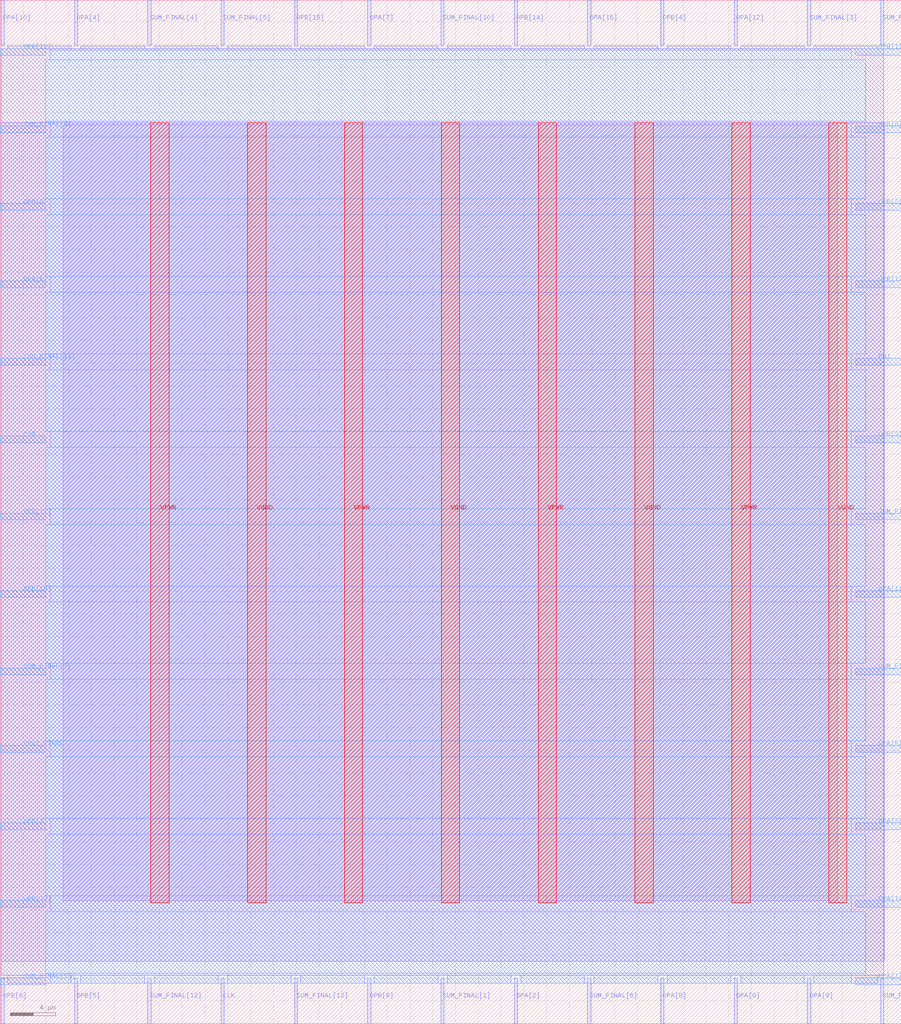
<source format=lef>
VERSION 5.7 ;
  NOWIREEXTENSIONATPIN ON ;
  DIVIDERCHAR "/" ;
  BUSBITCHARS "[]" ;
MACRO CLA_16
  CLASS BLOCK ;
  FOREIGN CLA_16 ;
  ORIGIN 0.000 0.000 ;
  SIZE 79.165 BY 89.885 ;
  PIN CIN
    DIRECTION INPUT ;
    USE SIGNAL ;
    PORT
      LAYER met3 ;
        RECT 0.000 51.040 4.000 51.640 ;
    END
  END CIN
  PIN CLK
    DIRECTION INPUT ;
    USE SIGNAL ;
    PORT
      LAYER met2 ;
        RECT 19.410 0.000 19.690 4.000 ;
    END
  END CLK
  PIN COUT_FINAL
    DIRECTION OUTPUT TRISTATE ;
    USE SIGNAL ;
    PORT
      LAYER met3 ;
        RECT 0.000 23.840 4.000 24.440 ;
    END
  END COUT_FINAL
  PIN OPA[0]
    DIRECTION INPUT ;
    USE SIGNAL ;
    PORT
      LAYER met2 ;
        RECT 64.490 0.000 64.770 4.000 ;
    END
  END OPA[0]
  PIN OPA[10]
    DIRECTION INPUT ;
    USE SIGNAL ;
    PORT
      LAYER met2 ;
        RECT 0.090 85.885 0.370 89.885 ;
    END
  END OPA[10]
  PIN OPA[11]
    DIRECTION INPUT ;
    USE SIGNAL ;
    PORT
      LAYER met3 ;
        RECT 75.165 37.440 79.165 38.040 ;
    END
  END OPA[11]
  PIN OPA[12]
    DIRECTION INPUT ;
    USE SIGNAL ;
    PORT
      LAYER met2 ;
        RECT 64.490 85.885 64.770 89.885 ;
    END
  END OPA[12]
  PIN OPA[13]
    DIRECTION INPUT ;
    USE SIGNAL ;
    PORT
      LAYER met3 ;
        RECT 0.000 85.040 4.000 85.640 ;
    END
  END OPA[13]
  PIN OPA[14]
    DIRECTION INPUT ;
    USE SIGNAL ;
    PORT
      LAYER met3 ;
        RECT 75.165 10.240 79.165 10.840 ;
    END
  END OPA[14]
  PIN OPA[15]
    DIRECTION INPUT ;
    USE SIGNAL ;
    PORT
      LAYER met2 ;
        RECT 51.610 85.885 51.890 89.885 ;
    END
  END OPA[15]
  PIN OPA[1]
    DIRECTION INPUT ;
    USE SIGNAL ;
    PORT
      LAYER met3 ;
        RECT 75.165 3.440 79.165 4.040 ;
    END
  END OPA[1]
  PIN OPA[2]
    DIRECTION INPUT ;
    USE SIGNAL ;
    PORT
      LAYER met2 ;
        RECT 45.170 0.000 45.450 4.000 ;
    END
  END OPA[2]
  PIN OPA[3]
    DIRECTION INPUT ;
    USE SIGNAL ;
    PORT
      LAYER met3 ;
        RECT 75.165 17.040 79.165 17.640 ;
    END
  END OPA[3]
  PIN OPA[4]
    DIRECTION INPUT ;
    USE SIGNAL ;
    PORT
      LAYER met2 ;
        RECT 6.530 85.885 6.810 89.885 ;
    END
  END OPA[4]
  PIN OPA[5]
    DIRECTION INPUT ;
    USE SIGNAL ;
    PORT
      LAYER met3 ;
        RECT 75.165 23.840 79.165 24.440 ;
    END
  END OPA[5]
  PIN OPA[6]
    DIRECTION INPUT ;
    USE SIGNAL ;
    PORT
      LAYER met3 ;
        RECT 0.000 64.640 4.000 65.240 ;
    END
  END OPA[6]
  PIN OPA[7]
    DIRECTION INPUT ;
    USE SIGNAL ;
    PORT
      LAYER met2 ;
        RECT 32.290 85.885 32.570 89.885 ;
    END
  END OPA[7]
  PIN OPA[8]
    DIRECTION INPUT ;
    USE SIGNAL ;
    PORT
      LAYER met2 ;
        RECT 58.050 0.000 58.330 4.000 ;
    END
  END OPA[8]
  PIN OPA[9]
    DIRECTION INPUT ;
    USE SIGNAL ;
    PORT
      LAYER met2 ;
        RECT 70.930 0.000 71.210 4.000 ;
    END
  END OPA[9]
  PIN OPB[0]
    DIRECTION INPUT ;
    USE SIGNAL ;
    PORT
      LAYER met3 ;
        RECT 0.000 71.440 4.000 72.040 ;
    END
  END OPB[0]
  PIN OPB[10]
    DIRECTION INPUT ;
    USE SIGNAL ;
    PORT
      LAYER met3 ;
        RECT 0.000 37.440 4.000 38.040 ;
    END
  END OPB[10]
  PIN OPB[11]
    DIRECTION INPUT ;
    USE SIGNAL ;
    PORT
      LAYER met3 ;
        RECT 0.000 44.240 4.000 44.840 ;
    END
  END OPB[11]
  PIN OPB[12]
    DIRECTION INPUT ;
    USE SIGNAL ;
    PORT
      LAYER met3 ;
        RECT 75.165 64.640 79.165 65.240 ;
    END
  END OPB[12]
  PIN OPB[13]
    DIRECTION INPUT ;
    USE SIGNAL ;
    PORT
      LAYER met3 ;
        RECT 0.000 10.240 4.000 10.840 ;
    END
  END OPB[13]
  PIN OPB[14]
    DIRECTION INPUT ;
    USE SIGNAL ;
    PORT
      LAYER met2 ;
        RECT 45.170 85.885 45.450 89.885 ;
    END
  END OPB[14]
  PIN OPB[15]
    DIRECTION INPUT ;
    USE SIGNAL ;
    PORT
      LAYER met2 ;
        RECT 25.850 85.885 26.130 89.885 ;
    END
  END OPB[15]
  PIN OPB[1]
    DIRECTION INPUT ;
    USE SIGNAL ;
    PORT
      LAYER met3 ;
        RECT 75.165 85.040 79.165 85.640 ;
    END
  END OPB[1]
  PIN OPB[2]
    DIRECTION INPUT ;
    USE SIGNAL ;
    PORT
      LAYER met3 ;
        RECT 75.165 71.440 79.165 72.040 ;
    END
  END OPB[2]
  PIN OPB[3]
    DIRECTION INPUT ;
    USE SIGNAL ;
    PORT
      LAYER met3 ;
        RECT 75.165 51.040 79.165 51.640 ;
    END
  END OPB[3]
  PIN OPB[4]
    DIRECTION INPUT ;
    USE SIGNAL ;
    PORT
      LAYER met2 ;
        RECT 58.050 85.885 58.330 89.885 ;
    END
  END OPB[4]
  PIN OPB[5]
    DIRECTION INPUT ;
    USE SIGNAL ;
    PORT
      LAYER met2 ;
        RECT 6.530 0.000 6.810 4.000 ;
    END
  END OPB[5]
  PIN OPB[6]
    DIRECTION INPUT ;
    USE SIGNAL ;
    PORT
      LAYER met2 ;
        RECT 0.090 0.000 0.370 4.000 ;
    END
  END OPB[6]
  PIN OPB[7]
    DIRECTION INPUT ;
    USE SIGNAL ;
    PORT
      LAYER met3 ;
        RECT 0.000 17.040 4.000 17.640 ;
    END
  END OPB[7]
  PIN OPB[8]
    DIRECTION INPUT ;
    USE SIGNAL ;
    PORT
      LAYER met3 ;
        RECT 75.165 78.240 79.165 78.840 ;
    END
  END OPB[8]
  PIN OPB[9]
    DIRECTION INPUT ;
    USE SIGNAL ;
    PORT
      LAYER met2 ;
        RECT 32.290 0.000 32.570 4.000 ;
    END
  END OPB[9]
  PIN PHI
    DIRECTION INPUT ;
    USE SIGNAL ;
    PORT
      LAYER met3 ;
        RECT 75.165 57.840 79.165 58.440 ;
    END
  END PHI
  PIN SUM_FINAL[0]
    DIRECTION OUTPUT TRISTATE ;
    USE SIGNAL ;
    PORT
      LAYER met2 ;
        RECT 77.370 0.000 77.650 4.000 ;
    END
  END SUM_FINAL[0]
  PIN SUM_FINAL[10]
    DIRECTION OUTPUT TRISTATE ;
    USE SIGNAL ;
    PORT
      LAYER met2 ;
        RECT 38.730 85.885 39.010 89.885 ;
    END
  END SUM_FINAL[10]
  PIN SUM_FINAL[11]
    DIRECTION OUTPUT TRISTATE ;
    USE SIGNAL ;
    PORT
      LAYER met3 ;
        RECT 75.165 30.640 79.165 31.240 ;
    END
  END SUM_FINAL[11]
  PIN SUM_FINAL[12]
    DIRECTION OUTPUT TRISTATE ;
    USE SIGNAL ;
    PORT
      LAYER met2 ;
        RECT 12.970 0.000 13.250 4.000 ;
    END
  END SUM_FINAL[12]
  PIN SUM_FINAL[13]
    DIRECTION OUTPUT TRISTATE ;
    USE SIGNAL ;
    PORT
      LAYER met2 ;
        RECT 25.850 0.000 26.130 4.000 ;
    END
  END SUM_FINAL[13]
  PIN SUM_FINAL[14]
    DIRECTION OUTPUT TRISTATE ;
    USE SIGNAL ;
    PORT
      LAYER met3 ;
        RECT 0.000 57.840 4.000 58.440 ;
    END
  END SUM_FINAL[14]
  PIN SUM_FINAL[15]
    DIRECTION OUTPUT TRISTATE ;
    USE SIGNAL ;
    PORT
      LAYER met3 ;
        RECT 0.000 3.440 4.000 4.040 ;
    END
  END SUM_FINAL[15]
  PIN SUM_FINAL[1]
    DIRECTION OUTPUT TRISTATE ;
    USE SIGNAL ;
    PORT
      LAYER met2 ;
        RECT 38.730 0.000 39.010 4.000 ;
    END
  END SUM_FINAL[1]
  PIN SUM_FINAL[2]
    DIRECTION OUTPUT TRISTATE ;
    USE SIGNAL ;
    PORT
      LAYER met2 ;
        RECT 77.370 85.885 77.650 89.885 ;
    END
  END SUM_FINAL[2]
  PIN SUM_FINAL[3]
    DIRECTION OUTPUT TRISTATE ;
    USE SIGNAL ;
    PORT
      LAYER met2 ;
        RECT 70.930 85.885 71.210 89.885 ;
    END
  END SUM_FINAL[3]
  PIN SUM_FINAL[4]
    DIRECTION OUTPUT TRISTATE ;
    USE SIGNAL ;
    PORT
      LAYER met2 ;
        RECT 12.970 85.885 13.250 89.885 ;
    END
  END SUM_FINAL[4]
  PIN SUM_FINAL[5]
    DIRECTION OUTPUT TRISTATE ;
    USE SIGNAL ;
    PORT
      LAYER met2 ;
        RECT 19.410 85.885 19.690 89.885 ;
    END
  END SUM_FINAL[5]
  PIN SUM_FINAL[6]
    DIRECTION OUTPUT TRISTATE ;
    USE SIGNAL ;
    PORT
      LAYER met2 ;
        RECT 51.610 0.000 51.890 4.000 ;
    END
  END SUM_FINAL[6]
  PIN SUM_FINAL[7]
    DIRECTION OUTPUT TRISTATE ;
    USE SIGNAL ;
    PORT
      LAYER met3 ;
        RECT 0.000 30.640 4.000 31.240 ;
    END
  END SUM_FINAL[7]
  PIN SUM_FINAL[8]
    DIRECTION OUTPUT TRISTATE ;
    USE SIGNAL ;
    PORT
      LAYER met3 ;
        RECT 0.000 78.240 4.000 78.840 ;
    END
  END SUM_FINAL[8]
  PIN SUM_FINAL[9]
    DIRECTION OUTPUT TRISTATE ;
    USE SIGNAL ;
    PORT
      LAYER met3 ;
        RECT 75.165 44.240 79.165 44.840 ;
    END
  END SUM_FINAL[9]
  PIN VGND
    DIRECTION INOUT ;
    USE GROUND ;
    PORT
      LAYER met4 ;
        RECT 21.740 10.640 23.340 79.120 ;
    END
    PORT
      LAYER met4 ;
        RECT 38.760 10.640 40.360 79.120 ;
    END
    PORT
      LAYER met4 ;
        RECT 55.780 10.640 57.380 79.120 ;
    END
    PORT
      LAYER met4 ;
        RECT 72.800 10.640 74.400 79.120 ;
    END
  END VGND
  PIN VPWR
    DIRECTION INOUT ;
    USE POWER ;
    PORT
      LAYER met4 ;
        RECT 13.230 10.640 14.830 79.120 ;
    END
    PORT
      LAYER met4 ;
        RECT 30.250 10.640 31.850 79.120 ;
    END
    PORT
      LAYER met4 ;
        RECT 47.270 10.640 48.870 79.120 ;
    END
    PORT
      LAYER met4 ;
        RECT 64.290 10.640 65.890 79.120 ;
    END
  END VPWR
  OBS
      LAYER li1 ;
        RECT 5.520 10.795 73.600 78.965 ;
      LAYER met1 ;
        RECT 0.070 5.480 77.670 79.120 ;
      LAYER met2 ;
        RECT 0.650 85.605 6.250 85.885 ;
        RECT 7.090 85.605 12.690 85.885 ;
        RECT 13.530 85.605 19.130 85.885 ;
        RECT 19.970 85.605 25.570 85.885 ;
        RECT 26.410 85.605 32.010 85.885 ;
        RECT 32.850 85.605 38.450 85.885 ;
        RECT 39.290 85.605 44.890 85.885 ;
        RECT 45.730 85.605 51.330 85.885 ;
        RECT 52.170 85.605 57.770 85.885 ;
        RECT 58.610 85.605 64.210 85.885 ;
        RECT 65.050 85.605 70.650 85.885 ;
        RECT 71.490 85.605 77.090 85.885 ;
        RECT 0.100 4.280 77.640 85.605 ;
        RECT 0.650 3.555 6.250 4.280 ;
        RECT 7.090 3.555 12.690 4.280 ;
        RECT 13.530 3.555 19.130 4.280 ;
        RECT 19.970 3.555 25.570 4.280 ;
        RECT 26.410 3.555 32.010 4.280 ;
        RECT 32.850 3.555 38.450 4.280 ;
        RECT 39.290 3.555 44.890 4.280 ;
        RECT 45.730 3.555 51.330 4.280 ;
        RECT 52.170 3.555 57.770 4.280 ;
        RECT 58.610 3.555 64.210 4.280 ;
        RECT 65.050 3.555 70.650 4.280 ;
        RECT 71.490 3.555 77.090 4.280 ;
      LAYER met3 ;
        RECT 4.400 84.640 74.765 85.505 ;
        RECT 4.000 79.240 76.050 84.640 ;
        RECT 4.400 77.840 74.765 79.240 ;
        RECT 4.000 72.440 76.050 77.840 ;
        RECT 4.400 71.040 74.765 72.440 ;
        RECT 4.000 65.640 76.050 71.040 ;
        RECT 4.400 64.240 74.765 65.640 ;
        RECT 4.000 58.840 76.050 64.240 ;
        RECT 4.400 57.440 74.765 58.840 ;
        RECT 4.000 52.040 76.050 57.440 ;
        RECT 4.400 50.640 74.765 52.040 ;
        RECT 4.000 45.240 76.050 50.640 ;
        RECT 4.400 43.840 74.765 45.240 ;
        RECT 4.000 38.440 76.050 43.840 ;
        RECT 4.400 37.040 74.765 38.440 ;
        RECT 4.000 31.640 76.050 37.040 ;
        RECT 4.400 30.240 74.765 31.640 ;
        RECT 4.000 24.840 76.050 30.240 ;
        RECT 4.400 23.440 74.765 24.840 ;
        RECT 4.000 18.040 76.050 23.440 ;
        RECT 4.400 16.640 74.765 18.040 ;
        RECT 4.000 11.240 76.050 16.640 ;
        RECT 4.400 9.840 74.765 11.240 ;
        RECT 4.000 4.440 76.050 9.840 ;
        RECT 4.400 3.575 74.765 4.440 ;
  END
END CLA_16
END LIBRARY


</source>
